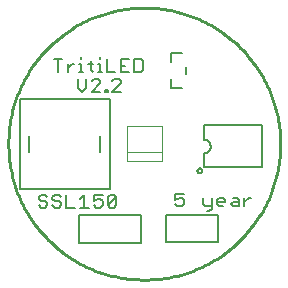
<source format=gto>
G75*
%MOIN*%
%OFA0B0*%
%FSLAX25Y25*%
%IPPOS*%
%LPD*%
%AMOC8*
5,1,8,0,0,1.08239X$1,22.5*
%
%ADD10C,0.01000*%
%ADD11C,0.00700*%
%ADD12C,0.00500*%
%ADD13C,0.00394*%
D10*
X0082614Y0059000D02*
X0082628Y0060112D01*
X0082669Y0061223D01*
X0082737Y0062332D01*
X0082832Y0063440D01*
X0082955Y0064545D01*
X0083104Y0065647D01*
X0083281Y0066745D01*
X0083484Y0067838D01*
X0083715Y0068925D01*
X0083972Y0070007D01*
X0084255Y0071082D01*
X0084565Y0072150D01*
X0084900Y0073210D01*
X0085262Y0074261D01*
X0085649Y0075303D01*
X0086062Y0076336D01*
X0086500Y0077357D01*
X0086963Y0078368D01*
X0087451Y0079367D01*
X0087963Y0080354D01*
X0088499Y0081328D01*
X0089059Y0082289D01*
X0089642Y0083235D01*
X0090248Y0084167D01*
X0090877Y0085084D01*
X0091529Y0085985D01*
X0092202Y0086870D01*
X0092897Y0087738D01*
X0093612Y0088589D01*
X0094349Y0089422D01*
X0095106Y0090236D01*
X0095882Y0091032D01*
X0096678Y0091808D01*
X0097492Y0092565D01*
X0098325Y0093302D01*
X0099176Y0094017D01*
X0100044Y0094712D01*
X0100929Y0095385D01*
X0101830Y0096037D01*
X0102747Y0096666D01*
X0103679Y0097272D01*
X0104625Y0097855D01*
X0105586Y0098415D01*
X0106560Y0098951D01*
X0107547Y0099463D01*
X0108546Y0099951D01*
X0109557Y0100414D01*
X0110578Y0100852D01*
X0111611Y0101265D01*
X0112653Y0101652D01*
X0113704Y0102014D01*
X0114764Y0102349D01*
X0115832Y0102659D01*
X0116907Y0102942D01*
X0117989Y0103199D01*
X0119076Y0103430D01*
X0120169Y0103633D01*
X0121267Y0103810D01*
X0122369Y0103959D01*
X0123474Y0104082D01*
X0124582Y0104177D01*
X0125691Y0104245D01*
X0126802Y0104286D01*
X0127914Y0104300D01*
X0129026Y0104286D01*
X0130137Y0104245D01*
X0131246Y0104177D01*
X0132354Y0104082D01*
X0133459Y0103959D01*
X0134561Y0103810D01*
X0135659Y0103633D01*
X0136752Y0103430D01*
X0137839Y0103199D01*
X0138921Y0102942D01*
X0139996Y0102659D01*
X0141064Y0102349D01*
X0142124Y0102014D01*
X0143175Y0101652D01*
X0144217Y0101265D01*
X0145250Y0100852D01*
X0146271Y0100414D01*
X0147282Y0099951D01*
X0148281Y0099463D01*
X0149268Y0098951D01*
X0150242Y0098415D01*
X0151203Y0097855D01*
X0152149Y0097272D01*
X0153081Y0096666D01*
X0153998Y0096037D01*
X0154899Y0095385D01*
X0155784Y0094712D01*
X0156652Y0094017D01*
X0157503Y0093302D01*
X0158336Y0092565D01*
X0159150Y0091808D01*
X0159946Y0091032D01*
X0160722Y0090236D01*
X0161479Y0089422D01*
X0162216Y0088589D01*
X0162931Y0087738D01*
X0163626Y0086870D01*
X0164299Y0085985D01*
X0164951Y0085084D01*
X0165580Y0084167D01*
X0166186Y0083235D01*
X0166769Y0082289D01*
X0167329Y0081328D01*
X0167865Y0080354D01*
X0168377Y0079367D01*
X0168865Y0078368D01*
X0169328Y0077357D01*
X0169766Y0076336D01*
X0170179Y0075303D01*
X0170566Y0074261D01*
X0170928Y0073210D01*
X0171263Y0072150D01*
X0171573Y0071082D01*
X0171856Y0070007D01*
X0172113Y0068925D01*
X0172344Y0067838D01*
X0172547Y0066745D01*
X0172724Y0065647D01*
X0172873Y0064545D01*
X0172996Y0063440D01*
X0173091Y0062332D01*
X0173159Y0061223D01*
X0173200Y0060112D01*
X0173214Y0059000D01*
X0173200Y0057888D01*
X0173159Y0056777D01*
X0173091Y0055668D01*
X0172996Y0054560D01*
X0172873Y0053455D01*
X0172724Y0052353D01*
X0172547Y0051255D01*
X0172344Y0050162D01*
X0172113Y0049075D01*
X0171856Y0047993D01*
X0171573Y0046918D01*
X0171263Y0045850D01*
X0170928Y0044790D01*
X0170566Y0043739D01*
X0170179Y0042697D01*
X0169766Y0041664D01*
X0169328Y0040643D01*
X0168865Y0039632D01*
X0168377Y0038633D01*
X0167865Y0037646D01*
X0167329Y0036672D01*
X0166769Y0035711D01*
X0166186Y0034765D01*
X0165580Y0033833D01*
X0164951Y0032916D01*
X0164299Y0032015D01*
X0163626Y0031130D01*
X0162931Y0030262D01*
X0162216Y0029411D01*
X0161479Y0028578D01*
X0160722Y0027764D01*
X0159946Y0026968D01*
X0159150Y0026192D01*
X0158336Y0025435D01*
X0157503Y0024698D01*
X0156652Y0023983D01*
X0155784Y0023288D01*
X0154899Y0022615D01*
X0153998Y0021963D01*
X0153081Y0021334D01*
X0152149Y0020728D01*
X0151203Y0020145D01*
X0150242Y0019585D01*
X0149268Y0019049D01*
X0148281Y0018537D01*
X0147282Y0018049D01*
X0146271Y0017586D01*
X0145250Y0017148D01*
X0144217Y0016735D01*
X0143175Y0016348D01*
X0142124Y0015986D01*
X0141064Y0015651D01*
X0139996Y0015341D01*
X0138921Y0015058D01*
X0137839Y0014801D01*
X0136752Y0014570D01*
X0135659Y0014367D01*
X0134561Y0014190D01*
X0133459Y0014041D01*
X0132354Y0013918D01*
X0131246Y0013823D01*
X0130137Y0013755D01*
X0129026Y0013714D01*
X0127914Y0013700D01*
X0126802Y0013714D01*
X0125691Y0013755D01*
X0124582Y0013823D01*
X0123474Y0013918D01*
X0122369Y0014041D01*
X0121267Y0014190D01*
X0120169Y0014367D01*
X0119076Y0014570D01*
X0117989Y0014801D01*
X0116907Y0015058D01*
X0115832Y0015341D01*
X0114764Y0015651D01*
X0113704Y0015986D01*
X0112653Y0016348D01*
X0111611Y0016735D01*
X0110578Y0017148D01*
X0109557Y0017586D01*
X0108546Y0018049D01*
X0107547Y0018537D01*
X0106560Y0019049D01*
X0105586Y0019585D01*
X0104625Y0020145D01*
X0103679Y0020728D01*
X0102747Y0021334D01*
X0101830Y0021963D01*
X0100929Y0022615D01*
X0100044Y0023288D01*
X0099176Y0023983D01*
X0098325Y0024698D01*
X0097492Y0025435D01*
X0096678Y0026192D01*
X0095882Y0026968D01*
X0095106Y0027764D01*
X0094349Y0028578D01*
X0093612Y0029411D01*
X0092897Y0030262D01*
X0092202Y0031130D01*
X0091529Y0032015D01*
X0090877Y0032916D01*
X0090248Y0033833D01*
X0089642Y0034765D01*
X0089059Y0035711D01*
X0088499Y0036672D01*
X0087963Y0037646D01*
X0087451Y0038633D01*
X0086963Y0039632D01*
X0086500Y0040643D01*
X0086062Y0041664D01*
X0085649Y0042697D01*
X0085262Y0043739D01*
X0084900Y0044790D01*
X0084565Y0045850D01*
X0084255Y0046918D01*
X0083972Y0047993D01*
X0083715Y0049075D01*
X0083484Y0050162D01*
X0083281Y0051255D01*
X0083104Y0052353D01*
X0082955Y0053455D01*
X0082832Y0054560D01*
X0082737Y0055668D01*
X0082669Y0056777D01*
X0082628Y0057888D01*
X0082614Y0059000D01*
D11*
X0093431Y0042004D02*
X0092714Y0041286D01*
X0092714Y0040569D01*
X0093431Y0039852D01*
X0094866Y0039852D01*
X0095583Y0039135D01*
X0095583Y0038417D01*
X0094866Y0037700D01*
X0093431Y0037700D01*
X0092714Y0038417D01*
X0095583Y0041286D02*
X0094866Y0042004D01*
X0093431Y0042004D01*
X0097318Y0041286D02*
X0097318Y0040569D01*
X0098035Y0039852D01*
X0099470Y0039852D01*
X0100187Y0039135D01*
X0100187Y0038417D01*
X0099470Y0037700D01*
X0098035Y0037700D01*
X0097318Y0038417D01*
X0097318Y0041286D02*
X0098035Y0042004D01*
X0099470Y0042004D01*
X0100187Y0041286D01*
X0101922Y0042004D02*
X0101922Y0037700D01*
X0104791Y0037700D01*
X0106526Y0037700D02*
X0109395Y0037700D01*
X0107960Y0037700D02*
X0107960Y0042004D01*
X0106526Y0040569D01*
X0111130Y0039852D02*
X0112564Y0040569D01*
X0113281Y0040569D01*
X0113999Y0039852D01*
X0113999Y0038417D01*
X0113281Y0037700D01*
X0111847Y0037700D01*
X0111130Y0038417D01*
X0111130Y0039852D02*
X0111130Y0042004D01*
X0113999Y0042004D01*
X0115734Y0041286D02*
X0116451Y0042004D01*
X0117885Y0042004D01*
X0118603Y0041286D01*
X0115734Y0038417D01*
X0116451Y0037700D01*
X0117885Y0037700D01*
X0118603Y0038417D01*
X0118603Y0041286D01*
X0115734Y0041286D02*
X0115734Y0038417D01*
X0138264Y0038817D02*
X0138981Y0038100D01*
X0140416Y0038100D01*
X0141133Y0038817D01*
X0141133Y0040252D01*
X0140416Y0040969D01*
X0139698Y0040969D01*
X0138264Y0040252D01*
X0138264Y0042404D01*
X0141133Y0042404D01*
X0147472Y0040969D02*
X0147472Y0038817D01*
X0148189Y0038100D01*
X0150341Y0038100D01*
X0150341Y0037383D02*
X0149624Y0036665D01*
X0148906Y0036665D01*
X0150341Y0037383D02*
X0150341Y0040969D01*
X0152076Y0040252D02*
X0152076Y0038817D01*
X0152793Y0038100D01*
X0154227Y0038100D01*
X0154945Y0039535D02*
X0152076Y0039535D01*
X0152076Y0040252D02*
X0152793Y0040969D01*
X0154227Y0040969D01*
X0154945Y0040252D01*
X0154945Y0039535D01*
X0156680Y0038817D02*
X0157397Y0039535D01*
X0159549Y0039535D01*
X0159549Y0040252D02*
X0159549Y0038100D01*
X0157397Y0038100D01*
X0156680Y0038817D01*
X0157397Y0040969D02*
X0158831Y0040969D01*
X0159549Y0040252D01*
X0161284Y0040969D02*
X0161284Y0038100D01*
X0161284Y0039535D02*
X0162718Y0040969D01*
X0163435Y0040969D01*
X0120118Y0076300D02*
X0117249Y0076300D01*
X0120118Y0079169D01*
X0120118Y0079886D01*
X0119401Y0080604D01*
X0117966Y0080604D01*
X0117249Y0079886D01*
X0118294Y0082850D02*
X0115425Y0082850D01*
X0115425Y0087154D01*
X0113073Y0087154D02*
X0113073Y0087871D01*
X0113073Y0085719D02*
X0113073Y0082850D01*
X0113790Y0082850D02*
X0112355Y0082850D01*
X0110721Y0082850D02*
X0110003Y0083567D01*
X0110003Y0086436D01*
X0109286Y0085719D02*
X0110721Y0085719D01*
X0112355Y0085719D02*
X0113073Y0085719D01*
X0107651Y0082850D02*
X0106217Y0082850D01*
X0106934Y0082850D02*
X0106934Y0085719D01*
X0106217Y0085719D01*
X0106934Y0087154D02*
X0106934Y0087871D01*
X0104532Y0085719D02*
X0103815Y0085719D01*
X0102380Y0084285D01*
X0102380Y0085719D02*
X0102380Y0082850D01*
X0099211Y0082850D02*
X0099211Y0087154D01*
X0100645Y0087154D02*
X0097776Y0087154D01*
X0105739Y0080604D02*
X0105739Y0077735D01*
X0107173Y0076300D01*
X0108608Y0077735D01*
X0108608Y0080604D01*
X0110343Y0079886D02*
X0111060Y0080604D01*
X0112495Y0080604D01*
X0113212Y0079886D01*
X0113212Y0079169D01*
X0110343Y0076300D01*
X0113212Y0076300D01*
X0114947Y0076300D02*
X0115664Y0076300D01*
X0115664Y0077017D01*
X0114947Y0077017D01*
X0114947Y0076300D01*
X0120029Y0082850D02*
X0122898Y0082850D01*
X0124633Y0082850D02*
X0126784Y0082850D01*
X0127502Y0083567D01*
X0127502Y0086436D01*
X0126784Y0087154D01*
X0124633Y0087154D01*
X0124633Y0082850D01*
X0121463Y0085002D02*
X0120029Y0085002D01*
X0120029Y0087154D02*
X0120029Y0082850D01*
X0120029Y0087154D02*
X0122898Y0087154D01*
D12*
X0086351Y0074000D02*
X0086351Y0044000D01*
X0116351Y0044000D01*
X0116351Y0074000D01*
X0086351Y0074000D01*
X0089540Y0061687D02*
X0089540Y0056313D01*
X0113162Y0056313D02*
X0113162Y0061687D01*
X0136805Y0077544D02*
X0136805Y0080694D01*
X0136805Y0077544D02*
X0140348Y0077544D01*
X0141923Y0082269D02*
X0141923Y0084631D01*
X0140348Y0089356D02*
X0136805Y0089356D01*
X0136805Y0086206D01*
X0147781Y0065362D02*
X0147781Y0060401D01*
X0147874Y0060402D01*
X0147966Y0060398D01*
X0148059Y0060391D01*
X0148151Y0060380D01*
X0148243Y0060365D01*
X0148333Y0060346D01*
X0148423Y0060323D01*
X0148512Y0060296D01*
X0148600Y0060266D01*
X0148686Y0060232D01*
X0148771Y0060194D01*
X0148854Y0060153D01*
X0148935Y0060108D01*
X0149015Y0060060D01*
X0149092Y0060008D01*
X0149167Y0059953D01*
X0149239Y0059895D01*
X0149309Y0059834D01*
X0149377Y0059771D01*
X0149441Y0059704D01*
X0149503Y0059635D01*
X0149562Y0059563D01*
X0149617Y0059489D01*
X0149670Y0059412D01*
X0149719Y0059333D01*
X0149765Y0059253D01*
X0149807Y0059170D01*
X0149846Y0059086D01*
X0149881Y0059000D01*
X0149912Y0058912D01*
X0149940Y0058824D01*
X0149964Y0058734D01*
X0149984Y0058644D01*
X0150000Y0058552D01*
X0150012Y0058460D01*
X0150021Y0058368D01*
X0150025Y0058275D01*
X0150025Y0057960D01*
X0150023Y0057870D01*
X0150017Y0057780D01*
X0150008Y0057690D01*
X0149994Y0057601D01*
X0149977Y0057512D01*
X0149956Y0057424D01*
X0149932Y0057337D01*
X0149904Y0057252D01*
X0149872Y0057167D01*
X0149836Y0057084D01*
X0149797Y0057003D01*
X0149755Y0056923D01*
X0149709Y0056845D01*
X0149660Y0056769D01*
X0149608Y0056696D01*
X0149553Y0056624D01*
X0149495Y0056555D01*
X0149434Y0056489D01*
X0149370Y0056425D01*
X0149304Y0056364D01*
X0149235Y0056306D01*
X0149163Y0056251D01*
X0149090Y0056199D01*
X0149014Y0056150D01*
X0148936Y0056104D01*
X0148856Y0056062D01*
X0148775Y0056023D01*
X0148692Y0055987D01*
X0148607Y0055955D01*
X0148522Y0055927D01*
X0148435Y0055903D01*
X0148347Y0055882D01*
X0148258Y0055865D01*
X0148169Y0055851D01*
X0148079Y0055842D01*
X0147989Y0055836D01*
X0147899Y0055834D01*
X0147781Y0055834D01*
X0147781Y0051188D01*
X0167072Y0051188D01*
X0167072Y0065362D01*
X0147781Y0065362D01*
X0145616Y0050007D02*
X0145618Y0050063D01*
X0145624Y0050118D01*
X0145634Y0050172D01*
X0145647Y0050226D01*
X0145665Y0050279D01*
X0145686Y0050330D01*
X0145710Y0050380D01*
X0145738Y0050428D01*
X0145770Y0050474D01*
X0145804Y0050518D01*
X0145842Y0050559D01*
X0145882Y0050597D01*
X0145925Y0050632D01*
X0145970Y0050664D01*
X0146018Y0050693D01*
X0146067Y0050719D01*
X0146118Y0050741D01*
X0146170Y0050759D01*
X0146224Y0050773D01*
X0146279Y0050784D01*
X0146334Y0050791D01*
X0146389Y0050794D01*
X0146445Y0050793D01*
X0146500Y0050788D01*
X0146555Y0050779D01*
X0146609Y0050767D01*
X0146662Y0050750D01*
X0146714Y0050730D01*
X0146764Y0050706D01*
X0146812Y0050679D01*
X0146859Y0050649D01*
X0146903Y0050615D01*
X0146945Y0050578D01*
X0146983Y0050538D01*
X0147020Y0050496D01*
X0147053Y0050451D01*
X0147082Y0050405D01*
X0147109Y0050356D01*
X0147131Y0050305D01*
X0147151Y0050253D01*
X0147166Y0050199D01*
X0147178Y0050145D01*
X0147186Y0050090D01*
X0147190Y0050035D01*
X0147190Y0049979D01*
X0147186Y0049924D01*
X0147178Y0049869D01*
X0147166Y0049815D01*
X0147151Y0049761D01*
X0147131Y0049709D01*
X0147109Y0049658D01*
X0147082Y0049609D01*
X0147053Y0049563D01*
X0147020Y0049518D01*
X0146983Y0049476D01*
X0146945Y0049436D01*
X0146903Y0049399D01*
X0146859Y0049365D01*
X0146812Y0049335D01*
X0146764Y0049308D01*
X0146714Y0049284D01*
X0146662Y0049264D01*
X0146609Y0049247D01*
X0146555Y0049235D01*
X0146500Y0049226D01*
X0146445Y0049221D01*
X0146389Y0049220D01*
X0146334Y0049223D01*
X0146279Y0049230D01*
X0146224Y0049241D01*
X0146170Y0049255D01*
X0146118Y0049273D01*
X0146067Y0049295D01*
X0146018Y0049321D01*
X0145970Y0049350D01*
X0145925Y0049382D01*
X0145882Y0049417D01*
X0145842Y0049455D01*
X0145804Y0049496D01*
X0145770Y0049540D01*
X0145738Y0049586D01*
X0145710Y0049634D01*
X0145686Y0049684D01*
X0145665Y0049735D01*
X0145647Y0049788D01*
X0145634Y0049842D01*
X0145624Y0049896D01*
X0145618Y0049951D01*
X0145616Y0050007D01*
X0152649Y0035167D02*
X0135129Y0035167D01*
X0135129Y0026308D01*
X0152649Y0026308D01*
X0152649Y0035167D01*
X0126763Y0035362D02*
X0126763Y0025913D01*
X0106290Y0025913D01*
X0106290Y0035204D01*
X0106290Y0035362D01*
X0126763Y0035362D01*
D13*
X0122008Y0053094D02*
X0122008Y0056244D01*
X0133819Y0056244D01*
X0133819Y0053094D01*
X0122008Y0053094D01*
X0122008Y0056244D02*
X0122008Y0064906D01*
X0133819Y0064906D01*
X0133819Y0056244D01*
M02*

</source>
